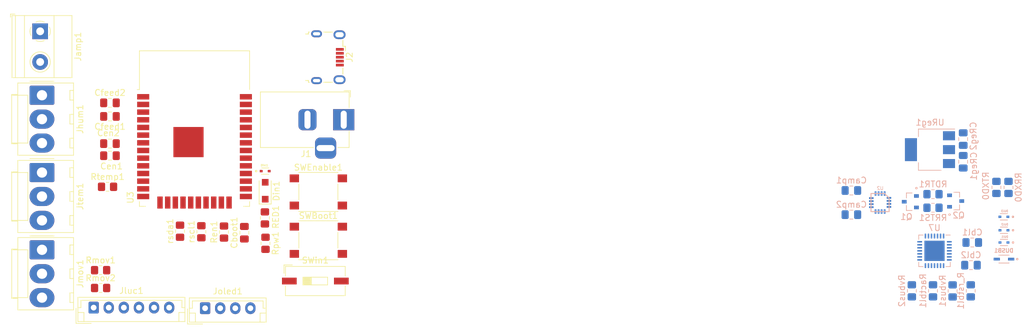
<source format=kicad_pcb>
(kicad_pcb (version 20211014) (generator pcbnew)
  (layers (0 "F.Cu" signal) (31 "B.Cu" signal) (34 "B.Paste" user) (35 "F.Paste" user) (36 "B.SilkS" user "B.Silkscreen") (37 "F.SilkS" user "F.Silkscreen") (38 "B.Mask" user) (39 "F.Mask" user) (44 "Edge.Cuts" user))
  (net 0 "")
  (net 1 "/ESP32/Amp_Din")
  (net 2 "+3V3")
  (net 3 "GND")
  (net 4 "/ESP32/amp_D_mode")
  (net 5 "/Sensores/Amp+")
  (net 6 "/Sensores/Amp-")
  (net 7 "/ESP32/LRC")
  (net 8 "/ESP32/BCLK")
  (net 9 "EN")
  (net 10 "Net-(Q1-Pad1)")
  (net 11 "/CP2102N-A02-GQFN28(Bootloader)/RTS")
  (net 12 "BOOT")
  (net 13 "Net-(Q2-Pad1)")
  (net 14 "/CP2102N-A02-GQFN28(Bootloader)/DTR")
  (net 15 "/CP2102N-A02-GQFN28(Bootloader)/TXD")
  (net 16 "/CP2102N-A02-GQFN28(Bootloader)/RXD0")
  (net 17 "/Sensores/dt")
  (net 18 "/ESP32/Dmov(D)")
  (net 19 "/Sensores/dm")
  (net 20 "Net-(Ractbl1-Pad1)")
  (net 21 "GNDREF")
  (net 22 "+3.3V")
  (net 23 "/ESP32/SCL")
  (net 24 "/CP2102N-A02-GQFN28(Bootloader)/RXD")
  (net 25 "/CP2102N-A02-GQFN28(Bootloader)/TXD0")
  (net 26 "/CP2102N-A02-GQFN28(Bootloader)/VBUS")
  (net 27 "Net-(Rvbus1-Pad2)")
  (net 28 "Net-(RED1-Pad1)")
  (net 29 "+5V")
  (net 30 "Net-(R_rstbl1-Pad2)")
  (net 31 "/ESP32/SDA")
  (net 35 "/Sensores/dh")
  (net 39 "/ESP32/SCK")
  (net 54 "/CP2102N-A02-GQFN28(Bootloader)/USB_DP")
  (net 55 "/CP2102N-A02-GQFN28(Bootloader)/USB_DN")
  (net 70 "Net-(Din1-Pad2)")
  (net 71 "+5V_Jack")
  (net 73 "/Sensores/INT Luz(op)")
  (net 74 "/Sensores/VL Luz (op)")
  (footprint "Button_Switch_SMD:SW_Push_1P1T_NO_6x6mm_H9.5mm" (layer "F.Cu") (at 71.5 64)
    (fp_text reference "SWBoot1" (at 0 -4.05) (layer "F.SilkS"))
    (fp_text value "SW_Push")
    (pad "1" smd rect (at -3.975 -2.25) (size 1.55 1.3) (layers "F.Cu" "F.Paste" "F.Mask") (net 12 "BOOT"))
    (pad "1" smd rect (at 3.975 -2.25) (size 1.55 1.3) (layers "F.Cu" "F.Paste" "F.Mask") (net 12 "BOOT"))
    (pad "2" smd rect (at 3.975 2.25) (size 1.55 1.3) (layers "F.Cu" "F.Paste" "F.Mask") (net 21 "GNDREF"))
    (pad "2" smd rect (at -3.975 2.25) (size 1.55 1.3) (layers "F.Cu" "F.Paste" "F.Mask") (net 21 "GNDREF"))
  )
  (footprint "Connector_BarrelJack:BarrelJack_Horizontal" (layer "F.Cu") (at 75.7 44.0425)
    (fp_text reference "J1" (at -6.25 5.6575) (layer "F.SilkS"))
    (fp_text value "Jack-DC")
    (pad "1" thru_hole rect (at 0 0) (size 3.5 3.5) (drill oval 1 3) (layers *.Cu *.Mask) (net 70 "Net-(Din1-Pad2)"))
    (pad "2" thru_hole roundrect (at -6 0) (size 3 3.5) (drill oval 1 3) (layers *.Cu *.Mask) (net 21 "GNDREF"))
    (pad "3" thru_hole roundrect (at -3 4.7) (size 3.5 3.5) (drill oval 3 1) (layers *.Cu *.Mask))
  )
  (footprint "Connector_Molex:Molex_KK-396_A-41791-0003_1x03_P3.96mm_Vertical" (layer "F.Cu") (at 25.745 39.99 -90)
    (fp_text reference "Jhum1" (at 3.96 -6.31 90) (layer "F.SilkS"))
    (fp_text value "Conn_01x03_Female")
    (pad "1" thru_hole roundrect (at 0 0 270) (size 3.16 4.1) (drill 1.7) (layers *.Cu *.Mask) (roundrect_rratio 0.079114) (net 2 "+3V3"))
    (pad "2" thru_hole oval (at 3.96 0 270) (size 3.16 4.1) (drill 1.7) (layers *.Cu *.Mask) (net 3 "GND"))
    (pad "3" thru_hole oval (at 7.92 0 270) (size 3.16 4.1) (drill 1.7) (layers *.Cu *.Mask) (net 35 "/Sensores/dh"))
  )
  (footprint "Connector_Molex:Molex_KK-396_A-41791-0003_1x03_P3.96mm_Vertical" (layer "F.Cu") (at 25.75 65.58 -90)
    (fp_text reference "Jmov1" (at 3.96 -6.31 90) (layer "F.SilkS"))
    (fp_text value "Conn_01x03_Female")
    (pad "1" thru_hole roundrect (at 0 0 270) (size 3.16 4.1) (drill 1.7) (layers *.Cu *.Mask) (roundrect_rratio 0.079114) (net 29 "+5V"))
    (pad "2" thru_hole oval (at 3.96 0 270) (size 3.16 4.1) (drill 1.7) (layers *.Cu *.Mask) (net 3 "GND"))
    (pad "3" thru_hole oval (at 7.92 0 270) (size 3.16 4.1) (drill 1.7) (layers *.Cu *.Mask) (net 19 "/Sensores/dm"))
  )
  (footprint "Resistor_SMD:R_0805_2012Metric_Pad1.20x1.40mm_HandSolder" (layer "F.Cu") (at 55.88 62.64 90)
    (fp_text reference "Ren1" (at 0 -1.65 90) (layer "F.SilkS"))
    (fp_text value "10K(5%)")
    (pad "1" smd roundrect (at -1 0 90) (size 1.2 1.4) (layers "F.Cu" "F.Paste" "F.Mask") (roundrect_rratio 0.208333) (net 22 "+3.3V"))
    (pad "2" smd roundrect (at 1 0 90) (size 1.2 1.4) (layers "F.Cu" "F.Paste" "F.Mask") (roundrect_rratio 0.208333) (net 9 "EN"))
  )
  (footprint "Capacitor_SMD:C_0805_2012Metric_Pad1.18x1.45mm_HandSolder" (layer "F.Cu") (at 59.25 62.75 90)
    (fp_text reference "Cboot1" (at 0 -1.68 90) (layer "F.SilkS"))
    (fp_text value "0.1uF/50V(10%)(NC)")
    (pad "1" smd roundrect (at -1.0375 0 90) (size 1.175 1.45) (layers "F.Cu" "F.Paste" "F.Mask") (roundrect_rratio 0.212766) (net 12 "BOOT"))
    (pad "2" smd roundrect (at 1.0375 0 90) (size 1.175 1.45) (layers "F.Cu" "F.Paste" "F.Mask") (roundrect_rratio 0.212766) (net 21 "GNDREF"))
  )
  (footprint "Resistor_SMD:R_0805_2012Metric_Pad1.20x1.40mm_HandSolder" (layer "F.Cu") (at 36.6 55.15)
    (fp_text reference "Rtemp1" (at 0 -1.65) (layer "F.SilkS"))
    (fp_text value "4,7k")
    (pad "1" smd roundrect (at -1 0) (size 1.2 1.4) (layers "F.Cu" "F.Paste" "F.Mask") (roundrect_rratio 0.208333) (net 2 "+3V3"))
    (pad "2" smd roundrect (at 1 0) (size 1.2 1.4) (layers "F.Cu" "F.Paste" "F.Mask") (roundrect_rratio 0.208333) (net 17 "/Sensores/dt"))
  )
  (footprint "Resistor_SMD:R_0805_2012Metric_Pad1.20x1.40mm_HandSolder" (layer "F.Cu") (at 35.45 68.95)
    (fp_text reference "Rmov1" (at 0 -1.65) (layer "F.SilkS"))
    (fp_text value "5.1k")
    (pad "1" smd roundrect (at -1 0) (size 1.2 1.4) (layers "F.Cu" "F.Paste" "F.Mask") (roundrect_rratio 0.208333) (net 18 "/ESP32/Dmov(D)"))
    (pad "2" smd roundrect (at 1 0) (size 1.2 1.4) (layers "F.Cu" "F.Paste" "F.Mask") (roundrect_rratio 0.208333) (net 19 "/Sensores/dm"))
  )
  (footprint "Resistor_SMD:R_0805_2012Metric_Pad1.20x1.40mm_HandSolder" (layer "F.Cu") (at 35.45 71.9)
    (fp_text reference "Rmov2" (at 0 -1.65) (layer "F.SilkS"))
    (fp_text value "3.3k")
    (pad "1" smd roundrect (at -1 0) (size 1.2 1.4) (layers "F.Cu" "F.Paste" "F.Mask") (roundrect_rratio 0.208333) (net 3 "GND"))
    (pad "2" smd roundrect (at 1 0) (size 1.2 1.4) (layers "F.Cu" "F.Paste" "F.Mask") (roundrect_rratio 0.208333) (net 18 "/ESP32/Dmov(D)"))
  )
  (footprint "Resistor_SMD:R_0805_2012Metric_Pad1.20x1.40mm_HandSolder" (layer "F.Cu") (at 52.13 62.59 90)
    (fp_text reference "rscl1" (at 0 -1.65 90) (layer "F.SilkS"))
    (fp_text value "4.7k")
    (pad "1" smd roundrect (at -1 0 90) (size 1.2 1.4) (layers "F.Cu" "F.Paste" "F.Mask") (roundrect_rratio 0.208333) (net 22 "+3.3V"))
    (pad "2" smd roundrect (at 1 0 90) (size 1.2 1.4) (layers "F.Cu" "F.Paste" "F.Mask") (roundrect_rratio 0.208333) (net 23 "/ESP32/SCL"))
  )
  (footprint "Button_Switch_SMD:SW_Push_1P1T_NO_6x6mm_H9.5mm" (layer "F.Cu") (at 71.5 56)
    (fp_text reference "SWEnable1" (at 0 -4.05) (layer "F.SilkS"))
    (fp_text value "SW_Push")
    (pad "1" smd rect (at 3.975 -2.25) (size 1.55 1.3) (layers "F.Cu" "F.Paste" "F.Mask") (net 9 "EN"))
    (pad "1" smd rect (at -3.975 -2.25) (size 1.55 1.3) (layers "F.Cu" "F.Paste" "F.Mask") (net 9 "EN"))
    (pad "2" smd rect (at -3.975 2.25) (size 1.55 1.3) (layers "F.Cu" "F.Paste" "F.Mask") (net 21 "GNDREF"))
    (pad "2" smd rect (at 3.975 2.25) (size 1.55 1.3) (layers "F.Cu" "F.Paste" "F.Mask") (net 21 "GNDREF"))
  )
  (footprint "Connector_Molex:Molex_KK-396_A-41791-0003_1x03_P3.96mm_Vertical" (layer "F.Cu") (at 25.745 52.79 -90)
    (fp_text reference "Jtem1" (at 3.96 -6.31 90) (layer "F.SilkS"))
    (fp_text value "Conn_01x03_Female")
    (pad "1" thru_hole roundrect (at 0 0 270) (size 3.16 4.1) (drill 1.7) (layers *.Cu *.Mask) (roundrect_rratio 0.079114) (net 2 "+3V3"))
    (pad "2" thru_hole oval (at 3.96 0 270) (size 3.16 4.1) (drill 1.7) (layers *.Cu *.Mask) (net 3 "GND"))
    (pad "3" thru_hole oval (at 7.92 0 270) (size 3.16 4.1) (drill 1.7) (layers *.Cu *.Mask) (net 17 "/Sensores/dt"))
  )
  (footprint "Resistor_SMD:R_0805_2012Metric_Pad1.20x1.40mm_HandSolder" (layer "F.Cu") (at 62.75 64.5 -90)
    (fp_text reference "Rpw1" (at 0 -1.65 90) (layer "F.SilkS"))
    (fp_text value "1k")
    (pad "1" smd roundrect (at -1 0 270) (size 1.2 1.4) (layers "F.Cu" "F.Paste" "F.Mask") (roundrect_rratio 0.208333) (net 28 "Net-(RED1-Pad1)"))
    (pad "2" smd roundrect (at 1 0 270) (size 1.2 1.4) (layers "F.Cu" "F.Paste" "F.Mask") (roundrect_rratio 0.208333) (net 3 "GND"))
  )
  (footprint "Diode_SMD:D_SOD-123F" (layer "F.Cu") (at 62.7 55.8 90)
    (fp_text reference "Din1" (at -0.05 1.85 90) (layer "F.SilkS"))
    (fp_text value "MBR1020VL")
    (pad "1" smd rect (at -1.4 0 90) (size 1.1 1.1) (layers "F.Cu" "F.Paste" "F.Mask") (net 71 "+5V_Jack"))
    (pad "2" smd rect (at 1.4 0 90) (size 1.1 1.1) (layers "F.Cu" "F.Paste" "F.Mask") (net 70 "Net-(Din1-Pad2)"))
  )
  (footprint "Resistor_SMD:R_0805_2012Metric_Pad1.20x1.40mm_HandSolder" (layer "F.Cu") (at 48.6 62.5 90)
    (fp_text reference "rsda1" (at 0 -1.65 90) (layer "F.SilkS"))
    (fp_text value "4.7k")
    (pad "1" smd roundrect (at -1 0 90) (size 1.2 1.4) (layers "F.Cu" "F.Paste" "F.Mask") (roundrect_rratio 0.208333) (net 22 "+3.3V"))
    (pad "2" smd roundrect (at 1 0 90) (size 1.2 1.4) (layers "F.Cu" "F.Paste" "F.Mask") (roundrect_rratio 0.208333) (net 31 "/ESP32/SDA"))
  )
  (footprint "RF_Module:ESP32-WROOM-32" (layer "F.Cu") (at 51 48.5)
    (fp_text reference "U3" (at -10.61 8.43 90) (layer "F.SilkS"))
    (fp_text value "ESP32-WROOM-32")
    (pad "1" smd rect (at -8.5 -8.255) (size 2 0.9) (layers "F.Cu" "F.Paste" "F.Mask") (net 21 "GNDREF"))
    (pad "2" smd rect (at -8.5 -6.985) (size 2 0.9) (layers "F.Cu" "F.Paste" "F.Mask") (net 2 "+3V3"))
    (pad "3" smd rect (at -8.5 -5.715) (size 2 0.9) (layers "F.Cu" "F.Paste" "F.Mask") (net 9 "EN"))
    (pad "4" smd rect (at -8.5 -4.445) (size 2 0.9) (layers "F.Cu" "F.Paste" "F.Mask"))
    (pad "5" smd rect (at -8.5 -3.175) (size 2 0.9) (layers "F.Cu" "F.Paste" "F.Mask"))
    (pad "6" smd rect (at -8.5 -1.905) (size 2 0.9) (layers "F.Cu" "F.Paste" "F.Mask"))
    (pad "7" smd rect (at -8.5 -0.635) (size 2 0.9) (layers "F.Cu" "F.Paste" "F.Mask") (net 4 "/ESP32/amp_D_mode"))
    (pad "8" smd rect (at -8.5 0.635) (size 2 0.9) (layers "F.Cu" "F.Paste" "F.Mask") (net 8 "/ESP32/BCLK"))
    (pad "9" smd rect (at -8.5 1.905) (size 2 0.9) (layers "F.Cu" "F.Paste" "F.Mask") (net 1 "/ESP32/Amp_Din"))
    (pad "10" smd rect (at -8.5 3.175) (size 2 0.9) (layers "F.Cu" "F.Paste" "F.Mask") (net 7 "/ESP32/LRC"))
    (pad "11" smd rect (at -8.5 4.445) (size 2 0.9) (layers "F.Cu" "F.Paste" "F.Mask") (net 17 "/Sensores/dt"))
    (pad "12" smd rect (at -8.5 5.715) (size 2 0.9) (layers "F.Cu" "F.Paste" "F.Mask") (net 35 "/Sensores/dh"))
    (pad "13" smd rect (at -8.5 6.985) (size 2 0.9) (layers "F.Cu" "F.Paste" "F.Mask") (net 23 "/ESP32/SCL"))
    (pad "14" smd rect (at -8.5 8.255) (size 2 0.9) (layers "F.Cu" "F.Paste" "F.Mask") (net 31 "/ESP32/SDA"))
    (pad "15" smd rect (at -5.715 9.255 90) (size 2 0.9) (layers "F.Cu" "F.Paste" "F.Mask") (net 21 "GNDREF"))
    (pad "16" smd rect (at -4.445 9.255 90) (size 2 0.9) (layers "F.Cu" "F.Paste" "F.Mask") (net 18 "/ESP32/Dmov(D)"))
    (pad "17" smd rect (at -3.175 9.255 90) (size 2 0.9) (layers "F.Cu" "F.Paste" "F.Mask"))
    (pad "18" smd rect (at -1.905 9.255 90) (size 2 0.9) (layers "F.Cu" "F.Paste" "F.Mask"))
    (pad "19" smd rect (at -0.635 9.255 90) (size 2 0.9) (layers "F.Cu" "F.Paste" "F.Mask"))
    (pad "20" smd rect (at 0.635 9.255 90) (size 2 0.9) (layers "F.Cu" "F.Paste" "F.Mask") (net 39 "/ESP32/SCK"))
    (pad "21" smd rect (at 1.905 9.255 90) (size 2 0.9) (layers "F.Cu" "F.Paste" "F.Mask") (net 31 "/ESP32/SDA"))
    (pad "22" smd rect (at 3.175 9.255 90) (size 2 0.9) (layers "F.Cu" "F.Paste" "F.Mask") (net 23 "/ESP32/SCL"))
    (pad "23" smd rect (at 4.445 9.255 90) (size 2 0.9) (layers "F.Cu" "F.Paste" "F.Mask"))
    (pad "24" smd rect (at 5.715 9.255 90) (size 2 0.9) (layers "F.Cu" "F.Paste" "F.Mask"))
    (pad "25" smd rect (at 8.5 8.255) (size 2 0.9) (layers "F.Cu" "F.Paste" "F.Mask") (net 12 "BOOT"))
    (pad "26" smd rect (at 8.5 6.985) (size 2 0.9) (layers "F.Cu" "F.Paste" "F.Mask"))
    (pad "27" smd rect (at 8.5 5.715) (size 2 0.9) (layers "F.Cu" "F.Paste" "F.Mask"))
    (pad "28" smd rect (at 8.5 4.445) (size 2 0.9) (layers "F.Cu" "F.Paste" "F.Mask"))
    (pad "29" smd rect (at 8.5 3.175) (size 2 0.9) (layers "F.Cu" "F.Paste" "F.Mask"))
    (pad "30" smd rect (at 8.5 1.905) (size 2 0.9) (layers "F.Cu" "F.Paste" "F.Mask"))
    (pad "31" smd rect (at 8.5 0.635) (size 2 0.9) (layers "F.Cu" "F.Paste" "F.Mask"))
    (pad "32" smd rect (at 8.5 -0.635) (size 2 0.9) (layers "F.Cu" "F.Paste" "F.Mask"))
    (pad "33" smd rect (at 8.5 -1.905) (size 2 0.9) (layers "F.Cu" "F.Paste" "F.Mask"))
    (pad "34" smd rect (at 8.5 -3.175) (size 2 0.9) (layers "F.Cu" "F.Paste" "F.Mask") (net 16 "/CP2102N-A02-GQFN28(Bootloader)/RXD0"))
    (pad "35" smd rect (at 8.5 -4.445) (size 2 0.9) (layers "F.Cu" "F.Paste" "F.Mask") (net 25 "/CP2102N-A02-GQFN28(Bootloader)/TXD0"))
    (pad "36" smd rect (at 8.5 -5.715) (size 2 0.9) (layers "F.Cu" "F.Paste" "F.Mask"))
    (pad "37" smd rect (at 8.5 -6.985) (size 2 0.9) (layers "F.Cu" "F.Paste" "F.Mask"))
    (pad "38" smd rect (at 8.5 -8.255) (size 2 0.9) (layers "F.Cu" "F.Paste" "F.Mask") (net 21 "GNDREF"))
    (pad "39" smd rect (at -1 -0.755) (size 5 5) (layers "F.Cu" "F.Paste" "F.Mask") (net 21 "GNDREF"))
  )
  (footprint "TerminalBlock_Phoenix:TerminalBlock_Phoenix_MKDS-1,5-2-5.08_1x02_P5.08mm_Horizontal" (layer "F.Cu") (at 25.445 29.405 -90)
    (fp_text reference "Jamp1" (at 2.54 -6.26 90) (layer "F.SilkS"))
    (fp_text value "Conn_01x02_Female")
    (pad "1" thru_hole rect (at 0 0 270) (size 2.6 2.6) (drill 1.3) (layers *.Cu *.Mask) (net 5 "/Sensores/Amp+"))
    (pad "2" thru_hole circle (at 5.08 0 270) (size 2.6 2.6) (drill 1.3) (layers *.Cu *.Mask) (net 6 "/Sensores/Amp-"))
  )
  (footprint "LESD5D5:TVS_LESD5D5.0CT1G" (layer "F.Cu") (at 62.7 52.55)
    (fp_text reference "Dinl1" (at -0.134 -0.9532) (layer "F.SilkS") (effects (font (size 0.32 0.32))))
    (fp_text value "LESD5D5.0CT1G")
    (pad "1" smd rect locked (at -0.66 0) (size 0.48 0.4) (layers "F.Cu" "F.Paste" "F.Mask") (net 21 "GNDREF"))
    (pad "2" smd rect locked (at 0.66 0) (size 0.48 0.4) (layers "F.Cu" "F.Paste" "F.Mask") (net 70 "Net-(Din1-Pad2)"))
  )
  (footprint "Capacitor_SMD:C_0805_2012Metric_Pad1.18x1.45mm_HandSolder" (layer "F.Cu") (at 37 50)
    (fp_text reference "Cen1" (at 0.25 1.75) (layer "F.SilkS"))
    (fp_text value "0.1uF/50(10%)")
    (pad "1" smd roundrect (at -1.0375 0) (size 1.175 1.45) (layers "F.Cu" "F.Paste" "F.Mask") (roundrect_rratio 0.212766) (net 21 "GNDREF"))
    (pad "2" smd roundrect (at 1.0375 0) (size 1.175 1.45) (layers "F.Cu" "F.Paste" "F.Mask") (roundrect_rratio 0.212766) (net 9 "EN"))
  )
  (footprint "Button_Switch_SMD:SW_DIP_SPSTx01_Slide_9.78x4.72mm_W8.61mm_P2.54mm" (layer "F.Cu") (at 71 70.75)
    (fp_text reference "SWin1" (at 0 -3.42) (layer "F.SilkS"))
    (fp_text value "SW_DIP_x01")
    (pad "1" smd rect (at -4.305 0) (size 2.44 1.12) (layers "F.Cu" "F.Paste" "F.Mask") (net 71 "+5V_Jack"))
    (pad "2" smd rect (at 4.305 0) (size 2.44 1.12) (layers "F.Cu" "F.Paste" "F.Mask") (net 29 "+5V"))
  )
  (footprint "Capacitor_SMD:C_0805_2012Metric_Pad1.18x1.45mm_HandSolder" (layer "F.Cu") (at 37 41.25)
    (fp_text reference "Cfeed2" (at 0 -1.68) (layer "F.SilkS"))
    (fp_text value "0.1uF/50(10%)")
    (pad "1" smd roundrect (at -1.0375 0) (size 1.175 1.45) (layers "F.Cu" "F.Paste" "F.Mask") (roundrect_rratio 0.212766) (net 21 "GNDREF"))
    (pad "2" smd roundrect (at 1.0375 0) (size 1.175 1.45) (layers "F.Cu" "F.Paste" "F.Mask") (roundrect_rratio 0.212766) (net 2 "+3V3"))
  )
  (footprint "Connector_JST:JST_EH_B6B-EH-A_1x06_P2.50mm_Vertical" (layer "F.Cu") (at 34.3 75.15)
    (fp_text reference "Jluc1" (at 6.25 -2.8) (layer "F.SilkS"))
    (fp_text value "Conn_01x06_Female")
    (pad "1" thru_hole roundrect (at 0 0) (size 1.7 1.95) (drill 0.95) (layers *.Cu *.Mask) (roundrect_rratio 0.147059) (net 73 "/Sensores/INT Luz(op)"))
    (pad "2" thru_hole oval (at 2.5 0) (size 1.7 1.95) (drill 0.95) (layers *.Cu *.Mask) (net 23 "/ESP32/SCL"))
    (pad "3" thru_hole oval (at 5 0) (size 1.7 1.95) (drill 0.95) (layers *.Cu *.Mask) (net 31 "/ESP32/SDA"))
    (pad "4" thru_hole oval (at 7.5 0) (size 1.7 1.95) (drill 0.95) (layers *.Cu *.Mask) (net 2 "+3V3"))
    (pad "5" thru_hole oval (at 10 0) (size 1.7 1.95) (drill 0.95) (layers *.Cu *.Mask) (net 3 "GND"))
    (pad "6" thru_hole oval (at 12.5 0) (size 1.7 1.95) (drill 0.95) (layers *.Cu *.Mask) (net 74 "/Sensores/VL Luz (op)"))
  )
  (footprint "Resistor_SMD:R_0805_2012Metric_Pad1.20x1.40mm_HandSolder" (layer "F.Cu") (at 62.65 60.3 90)
    (fp_text reference "RED1" (at 0.15 1.8 90) (layer "F.SilkS"))
    (fp_text value "LED")
    (pad "1" smd roundrect (at -1 0 90) (size 1.2 1.4) (layers "F.Cu" "F.Paste" "F.Mask") (roundrect_rratio 0.208333) (net 28 "Net-(RED1-Pad1)"))
    (pad "2" smd roundrect (at 1 0 90) (size 1.2 1.4) (layers "F.Cu" "F.Paste" "F.Mask") (roundrect_rratio 0.208333) (net 29 "+5V"))
  )
  (footprint "Connector_JST:JST_EH_B4B-EH-A_1x04_P2.50mm_Vertical" (layer "F.Cu") (at 52.75 75.25)
    (fp_text reference "Joled1" (at 3.75 -2.8) (layer "F.SilkS"))
    (fp_text value "Conn_01x04_Female")
    (pad "1" thru_hole roundrect (at 0 0) (size 1.7 1.95) (drill 0.95) (layers *.Cu *.Mask) (roundrect_rratio 0.147059) (net 21 "GNDREF"))
    (pad "2" thru_hole oval (at 2.5 0) (size 1.7 1.95) (drill 0.95) (layers *.Cu *.Mask) (net 2 "+3V3"))
    (pad "3" thru_hole oval (at 5 0) (size 1.7 1.95) (drill 0.95) (layers *.Cu *.Mask) (net 31 "/ESP32/SDA"))
    (pad "4" thru_hole oval (at 7.5 0) (size 1.7 1.95) (drill 0.95) (layers *.Cu *.Mask) (net 23 "/ESP32/SCL"))
  )
  (footprint "Connector_USB:USB_Micro-B_Wuerth_629105150521" (layer "F.Cu") (at 73.155 33.695 -90)
    (fp_text reference "J2" (at 0 -3.5 90) (layer "F.SilkS"))
    (fp_text value "USB_B_Micro")
    (pad "" np_thru_hole oval (at -2.5 -0.8 270) (size 0.8 0.8) (drill 0.8) (layers *.Cu *.Mask))
    (pad "" np_thru_hole oval (at 2.5 -0.8 270) (size 0.8 0.8) (drill 0.8) (layers *.Cu *.Mask))
    (pad "1" smd rect (at -1.3 -1.9 270) (size 0.45 1.3) (layers "F.Cu" "F.Paste" "F.Mask") (net 26 "/CP2102N-A02-GQFN28(Bootloader)/VBUS"))
    (pad "2" smd rect (at -0.65 -1.9 270) (size 0.45 1.3) (layers "F.Cu" "F.Paste" "F.Mask") (net 55 "/CP2102N-A02-GQFN28(Bootloader)/USB_DN"))
    (pad "3" smd rect (at 0 -1.9 270) (size 0.45 1.3) (layers "F.Cu" "F.Paste" "F.Mask") (net 54 "/CP2102N-A02-GQFN28(Bootloader)/USB_DP"))
    (pad "4" smd rect (at 0.65 -1.9 270) (size 0.45 1.3) (layers "F.Cu" "F.Paste" "F.Mask"))
    (pad "5" smd rect (at 1.3 -1.9 270) (size 0.45 1.3) (layers "F.Cu" "F.Paste" "F.Mask") (net 21 "GNDREF"))
    (pad "6" thru_hole oval (at 3.875 1.95 270) (size 1.15 1.8) (drill oval 0.55 1.2) (layers *.Cu *.Mask) (net 21 "GNDREF"))
    (pad "6" thru_hole oval (at -3.875 1.95 270) (size 1.15 1.8) (drill oval 0.55 1.2) (layers *.Cu *.Mask) (net 21 "GNDREF"))
    (pad "6" thru_hole oval (at -3.725 -1.85 270) (size 1.45 2) (drill oval 0.85 1.4) (layers *.Cu *.Mask) (net 21 "GNDREF"))
    (pad "6" thru_hole oval (at 3.725 -1.85 270) (size 1.45 2) (drill oval 0.85 1.4) (layers *.Cu *.Mask) (net 21 "GNDREF"))
  )
  (footprint "Capacitor_SMD:C_0805_2012Metric_Pad1.18x1.45mm_HandSolder" (layer "F.Cu") (at 37 48 180)
    (fp_text reference "Cen2" (at 0.261252 1.75) (layer "F.SilkS"))
    (fp_text value "0.1uF/50V(10%)(NC)")
    (pad "1" smd roundrect (at -1.0375 0 180) (size 1.175 1.45) (layers "F.Cu" "F.Paste" "F.Mask") (roundrect_rratio 0.212766) (net 9 "EN"))
    (pad "2" smd roundrect (at 1.0375 0 180) (size 1.175 1.45) (layers "F.Cu" "F.Paste" "F.Mask") (roundrect_rratio 0.212766) (net 21 "GNDREF"))
  )
  (footprint "Capacitor_SMD:C_0805_2012Metric_Pad1.18x1.45mm_HandSolder" (layer "F.Cu") (at 37 43.5 180)
    (fp_text reference "Cfeed1" (at 0 -1.68) (layer "F.SilkS"))
    (fp_text value "22uF/10V(20%)")
    (pad "1" smd roundrect (at -1.0375 0 180) (size 1.175 1.45) (layers "F.Cu" "F.Paste" "F.Mask") (roundrect_rratio 0.212766) (net 2 "+3V3"))
    (pad "2" smd roundrect (at 1.0375 0 180) (size 1.175 1.45) (layers "F.Cu" "F.Paste" "F.Mask") (roundrect_rratio 0.212766) (net 21 "GNDREF"))
  )
  (footprint "SS8050-G:TRANS_SS8050-G" (layer "B.Cu") (at 169.5 57.62 180)
    (fp_text reference "Q1" (at 0.65 -2.5) (layer "B.SilkS") (effects (justify mirror)))
    (fp_text value "SS8050-G")
    (pad "1" smd rect locked (at -1.01 0.95 180) (size 0.8 0.6) (layers "B.Cu" "B.Paste" "B.Mask") (net 10 "Net-(Q1-Pad1)"))
    (pad "2" smd rect locked (at -1.01 -0.95 180) (size 0.8 0.6) (layers "B.Cu" "B.Paste" "B.Mask") (net 11 "/CP2102N-A02-GQFN28(Bootloader)/RTS"))
    (pad "3" smd rect locked (at 1.01 0 180) (size 0.8 0.6) (layers "B.Cu" "B.Paste" "B.Mask") (net 9 "EN"))
  )
  (footprint "Resistor_SMD:R_0805_2012Metric_Pad1.20x1.40mm_HandSolder" (layer "B.Cu") (at 183.75 55.25 90)
    (fp_text reference "RTXD0" (at 0.25 -1.75 90) (layer "B.SilkS") (effects (justify mirror)))
    (fp_text value "0R(5%)")
    (pad "1" smd roundrect (at -1 0 90) (size 1.2 1.4) (layers "B.Cu" "B.Paste" "B.Mask") (roundrect_rratio 0.208333) (net 24 "/CP2102N-A02-GQFN28(Bootloader)/RXD"))
    (pad "2" smd roundrect (at 1 0 90) (size 1.2 1.4) (layers "B.Cu" "B.Paste" "B.Mask") (roundrect_rratio 0.208333) (net 25 "/CP2102N-A02-GQFN28(Bootloader)/TXD0"))
  )
  (footprint "Resistor_SMD:R_0805_2012Metric_Pad1.20x1.40mm_HandSolder" (layer "B.Cu") (at 173.25 56.37 180)
    (fp_text reference "RDTR1" (at 0 1.65) (layer "B.SilkS") (effects (justify mirror)))
    (fp_text value "10K(5%)")
    (pad "1" smd roundrect (at -1 0 180) (size 1.2 1.4) (layers "B.Cu" "B.Paste" "B.Mask") (roundrect_rratio 0.208333) (net 14 "/CP2102N-A02-GQFN28(Bootloader)/DTR"))
    (pad "2" smd roundrect (at 1 0 180) (size 1.2 1.4) (layers "B.Cu" "B.Paste" "B.Mask") (roundrect_rratio 0.208333) (net 10 "Net-(Q1-Pad1)"))
  )
  (footprint "Capacitor_SMD:C_0805_2012Metric_Pad1.18x1.45mm_HandSolder" (layer "B.Cu") (at 178.25 51 90)
    (fp_text reference "CReg1" (at -0.75 1.75 90) (layer "B.SilkS") (effects (justify mirror)))
    (fp_text value "1u")
    (pad "1" smd roundrect (at -1.0375 0 90) (size 1.175 1.45) (layers "B.Cu" "B.Paste" "B.Mask") (roundrect_rratio 0.212766) (net 29 "+5V"))
    (pad "2" smd roundrect (at 1.0375 0 90) (size 1.175 1.45) (layers "B.Cu" "B.Paste" "B.Mask") (roundrect_rratio 0.212766) (net 3 "GND"))
  )
  (footprint "open-automation:MAX98357A" (layer "B.Cu") (at 165.79 56.99 180)
    (fp_text reference "U2" (at 1.28 1.6) (layer "B.SilkS") (effects (font (size 0.55 0.55) (thickness 0.08)) (justify mirror)))
    (fp_text value "MAX98357AETE+")
    (pad "1" smd rect (at -0.17 0.01 180) (size 0.75 0.3) (layers "B.Cu" "B.Paste" "B.Mask") (net 1 "/ESP32/Amp_Din"))
    (pad "2" smd rect (at -0.17 -0.49 180) (size 0.75 0.3) (layers "B.Cu" "B.Paste" "B.Mask") (net 2 "+3V3"))
    (pad "3" smd rect (at -0.17 -0.99 180) (size 0.75 0.3) (layers "B.Cu" "B.Paste" "B.Mask") (net 3 "GND"))
    (pad "3" smd rect (at 1.05 0.73 90) (size 0.75 0.3) (layers "B.Cu" "B.Paste" "B.Mask") (net 3 "GND"))
    (pad "3" smd rect (at 2.75 -0.53) (size 0.75 0.3) (layers "B.Cu" "B.Paste" "B.Mask") (net 3 "GND"))
    (pad "4" smd rect (at -0.17 -1.49 180) (size 0.75 0.3) (layers "B.Cu" "B.Paste" "B.Mask") (net 4 "/ESP32/amp_D_mode"))
    (pad "5" smd rect (at 0.55 -2.25 90) (size 0.75 0.3) (layers "B.Cu" "B.Paste" "B.Mask"))
    (pad "6" smd rect (at 1.05 -2.25 90) (size 0.75 0.3) (layers "B.Cu" "B.Paste" "B.Mask"))
    (pad "7" smd rect (at 2.05 -2.25 90) (size 0.75 0.3) (layers "B.Cu" "B.Paste" "B.Mask") (net 2 "+3V3"))
    (pad "7" smd rect (at 1.55 -2.25 90) (size 0.75 0.3) (layers "B.Cu" "B.Paste" "B.Mask") (net 2 "+3V3"))
    (pad "9" smd rect (at 2.75 -1.53) (size 0.75 0.3) (layers "B.Cu" "B.Paste" "B.Mask") (net 5 "/Sensores/Amp+"))
    (pad "10" smd rect (at 2.75 -1.03) (size 0.75 0.3) (layers "B.Cu" "B.Paste" "B.Mask") (net 6 "/Sensores/Amp-"))
    (pad "12" smd rect (at 2.75 -0.03) (size 0.75 0.3) (layers "B.Cu" "B.Paste" "B.Mask"))
    (pad "13" smd rect (at 2.05 0.73 90) (size 0.75 0.3) (layers "B.Cu" "B.Paste" "B.Mask"))
    (pad "14" smd rect (at 1.55 0.73 90) (size 0.75 0.3) (layers "B.Cu" "B.Paste" "B.Mask") (net 7 "/ESP32/LRC"))
    (pad "16" smd rect (at 0.55 0.73 90) (size 0.75 0.3) (layers "B.Cu" "B.Paste" "B.Mask") (net 8 "/ESP32/BCLK"))
  )
  (footprint "Capacitor_SMD:C_0805_2012Metric_Pad1.18x1.45mm_HandSolder" (layer "B.Cu") (at 159.74 55.76 180)
    (fp_text reference "Camp1" (at 0 1.68) (layer "B.SilkS") (effects (justify mirror)))
    (fp_text value "10u")
    (pad "1" smd roundrect (at -1.0375 0 180) (size 1.175 1.45) (layers "B.Cu" "B.Paste" "B.Mask") (roundrect_rratio 0.212766) (net 2 "+3V3"))
    (pad "2" smd roundrect (at 1.0375 0 180) (size 1.175 1.45) (layers "B.Cu" "B.Paste" "B.Mask") (roundrect_rratio 0.212766) (net 3 "GND"))
  )
  (footprint "Capacitor_SMD:C_0805_2012Metric_Pad1.18x1.45mm_HandSolder" (layer "B.Cu") (at 179.75 64.37 180)
    (fp_text reference "Cbl1" (at 0 1.68) (layer "B.SilkS") (effects (justify mirror)))
    (fp_text value "0.1uF/50V(10%)")
    (pad "1" smd roundrect (at -1.0375 0 180) (size 1.175 1.45) (layers "B.Cu" "B.Paste" "B.Mask") (roundrect_rratio 0.212766) (net 22 "+3.3V"))
    (pad "2" smd roundrect (at 1.0375 0 180) (size 1.175 1.45) (layers "B.Cu" "B.Paste" "B.Mask") (roundrect_rratio 0.212766) (net 21 "GNDREF"))
  )
  (footprint "Resistor_SMD:R_0805_2012Metric_Pad1.20x1.40mm_HandSolder" (layer "B.Cu") (at 173.25 58.62)
    (fp_text reference "RRTS1" (at 0 1.65) (layer "B.SilkS") (effects (justify mirror)))
    (fp_text value "10K(5%)")
    (pad "1" smd roundrect (at -1 0) (size 1.2 1.4) (layers "B.Cu" "B.Paste" "B.Mask") (roundrect_rratio 0.208333) (net 11 "/CP2102N-A02-GQFN28(Bootloader)/RTS"))
    (pad "2" smd roundrect (at 1 0) (size 1.2 1.4) (layers "B.Cu" "B.Paste" "B.Mask") (roundrect_rratio 0.208333) (net 13 "Net-(Q2-Pad1)"))
  )
  (footprint "Package_TO_SOT_SMD:SOT-223-3_TabPin2" (layer "B.Cu") (at 172.75 49 180)
    (fp_text reference "UReg1" (at 0 4.5) (layer "B.SilkS") (effects (justify mirror)))
    (fp_text value "AMS1117-3.3")
    (pad "1" smd rect (at -3.15 2.3 180) (size 2 1.5) (layers "B.Cu" "B.Paste" "B.Mask") (net 3 "GND"))
    (pad "2" smd rect (at -3.15 0 180) (size 2 1.5) (layers "B.Cu" "B.Paste" "B.Mask") (net 2 "+3V3"))
    (pad "2" smd rect (at 3.15 0 180) (size 2 3.8) (layers "B.Cu" "B.Paste" "B.Mask") (net 2 "+3V3"))
    (pad "3" smd rect (at -3.15 -2.3 180) (size 2 1.5) (layers "B.Cu" "B.Paste" "B.Mask") (net 29 "+5V"))
  )
  (footprint "Resistor_SMD:R_0805_2012Metric_Pad1.20x1.40mm_HandSolder" (layer "B.Cu") (at 185.75 55.25 90)
    (fp_text reference "RRXD0" (at 0 1.65 90) (layer "B.SilkS") (effects (justify mirror)))
    (fp_text value "0R(5%)")
    (pad "1" smd roundrect (at -1 0 90) (size 1.2 1.4) (layers "B.Cu" "B.Paste" "B.Mask") (roundrect_rratio 0.208333) (net 15 "/CP2102N-A02-GQFN28(Bootloader)/TXD"))
    (pad "2" smd roundrect (at 1 0 90) (size 1.2 1.4) (layers "B.Cu" "B.Paste" "B.Mask") (roundrect_rratio 0.208333) (net 16 "/CP2102N-A02-GQFN28(Bootloader)/RXD0"))
  )
  (footprint "Capacitor_SMD:C_0805_2012Metric_Pad1.18x1.45mm_HandSolder" (layer "B.Cu") (at 159.74 59.76 180)
    (fp_text reference "Camp2" (at 0 1.68) (layer "B.SilkS") (effects (justify mirror)))
    (fp_text value "0.1u")
    (pad "1" smd roundrect (at -1.0375 0 180) (size 1.175 1.45) (layers "B.Cu" "B.Paste" "B.Mask") (roundrect_rratio 0.212766) (net 2 "+3V3"))
    (pad "2" smd roundrect (at 1.0375 0 180) (size 1.175 1.45) (layers "B.Cu" "B.Paste" "B.Mask") (roundrect_rratio 0.212766) (net 3 "GND"))
  )
  (footprint "Resistor_SMD:R_0805_2012Metric_Pad1.20x1.40mm_HandSolder" (layer "B.Cu") (at 169.75 72.37 -90)
    (fp_text reference "Rvbus2" (at 0 1.65 90) (layer "B.SilkS") (effects (justify mirror)))
    (fp_text value "47.5K(5%)")
    (pad "1" smd roundrect (at -1 0 270) (size 1.2 1.4) (layers "B.Cu" "B.Paste" "B.Mask") (roundrect_rratio 0.208333) (net 27 "Net-(Rvbus1-Pad2)"))
    (pad "2" smd roundrect (at 1 0 270) (size 1.2 1.4) (layers "B.Cu" "B.Paste" "B.Mask") (roundrect_rratio 0.208333) (net 21 "GNDREF"))
  )
  (footprint "LESD5D5:TVS_LESD5D5.0CT1G" (layer "B.Cu") (at 185 64.37 180)
    (fp_text reference "DUl1" (at -0.134 0.9532) (layer "B.SilkS") (effects (font (size 0.32 0.32)) (justify mirror)))
    (fp_text value "LESD5D5.0CT1G")
    (pad "1" smd rect locked (at -0.66 0 180) (size 0.48 0.4) (layers "B.Cu" "B.Paste" "B.Mask") (net 21 "GNDREF"))
    (pad "2" smd rect locked (at 0.66 0 180) (size 0.48 0.4) (layers "B.Cu" "B.Paste" "B.Mask") (net 26 "/CP2102N-A02-GQFN28(Bootloader)/VBUS"))
  )
  (footprint "Resistor_SMD:R_0805_2012Metric_Pad1.20x1.40mm_HandSolder" (layer "B.Cu") (at 173.25 72.37 -90)
    (fp_text reference "Ractbl1" (at 0 1.65 90) (layer "B.SilkS") (effects (justify mirror)))
    (fp_text value "10k(5%)")
    (pad "1" smd roundrect (at -1 0 270) (size 1.2 1.4) (layers "B.Cu" "B.Paste" "B.Mask") (roundrect_rratio 0.208333) (net 20 "Net-(Ractbl1-Pad1)"))
    (pad "2" smd roundrect (at 1 0 270) (size 1.2 1.4) (layers "B.Cu" "B.Paste" "B.Mask") (roundrect_rratio 0.208333) (net 21 "GNDREF"))
  )
  (footprint "Resistor_SMD:R_0805_2012Metric_Pad1.20x1.40mm_HandSolder" (layer "B.Cu") (at 176.5 72.38369 -90)
    (fp_text reference "Rvbus1" (at 0 1.65 90) (layer "B.SilkS") (effects (justify mirror)))
    (fp_text value "22.1K(5%)")
    (pad "1" smd roundrect (at -1 0 270) (size 1.2 1.4) (layers "B.Cu" "B.Paste" "B.Mask") (roundrect_rratio 0.208333) (net 26 "/CP2102N-A02-GQFN28(Bootloader)/VBUS"))
    (pad "2" smd roundrect (at 1 0 270) (size 1.2 1.4) (layers "B.Cu" "B.Paste" "B.Mask") (roundrect_rratio 0.208333) (net 27 "Net-(Rvbus1-Pad2)"))
  )
  (footprint "LESD5D5:TVS_LESD5D5.0CT1G" (layer "B.Cu") (at 185 62.34 180)
    (fp_text reference "DUl2" (at -0.134 0.9532) (layer "B.SilkS") (effects (font (size 0.32 0.32)) (justify mirror)))
    (fp_text value "LESD5D5.0CT1G")
    (pad "1" smd rect locked (at -0.66 0 180) (size 0.48 0.4) (layers "B.Cu" "B.Paste" "B.Mask") (net 21 "GNDREF"))
    (pad "2" smd rect locked (at 0.66 0 180) (size 0.48 0.4) (layers "B.Cu" "B.Paste" "B.Mask") (net 54 "/CP2102N-A02-GQFN28(Bootloader)/USB_DP"))
  )
  (footprint "BAT760-7:SOD2513X120N" (layer "B.Cu") (at 185 67.12 180)
    (fp_text reference "DUSB1" (at 0.032 1.4064) (layer "B.SilkS") (effects (font (size 0.64 0.64)) (justify mirror)))
    (fp_text value "BAT760-7")
    (pad "A" smd rect locked (at 1.19 0 180) (size 1.04 0.46) (layers "B.Cu" "B.Paste" "B.Mask") (net 26 "/CP2102N-A02-GQFN28(Bootloader)/VBUS"))
    (pad "C" smd rect locked (at -1.19 0 180) (size 1.04 0.46) (layers "B.Cu" "B.Paste" "B.Mask") (net 71 "+5V_Jack"))
  )
  (footprint "SS8050-G:TRANS_SS8050-G" (layer "B.Cu") (at 177 57.5075)
    (fp_text reference "Q2" (at 0.5 2.3625) (layer "B.SilkS") (effects (justify mirror)))
    (fp_text value "SS8050-G")
    (pad "1" smd rect locked (at -1.01 0.95) (size 0.8 0.6) (layers "B.Cu" "B.Paste" "B.Mask") (net 13 "Net-(Q2-Pad1)"))
    (pad "2" smd rect locked (at -1.01 -0.95) (size 0.8 0.6) (layers "B.Cu" "B.Paste" "B.Mask") (net 14 "/CP2102N-A02-GQFN28(Bootloader)/DTR"))
    (pad "3" smd rect locked (at 1.01 0) (size 0.8 0.6) (layers "B.Cu" "B.Paste" "B.Mask") (net 12 "BOOT"))
  )
  (footprint "Capacitor_SMD:C_0805_2012Metric_Pad1.18x1.45mm_HandSolder" (layer "B.Cu") (at 178.25 47.25 90)
    (fp_text reference "CReg2" (at 0.5 1.68 90) (layer "B.SilkS") (effects (justify mirror)))
    (fp_text value "1u")
    (pad "1" smd roundrect (at -1.0375 0 90) (size 1.175 1.45) (layers "B.Cu" "B.Paste" "B.Mask") (roundrect_rratio 0.212766) (net 2 "+3V3"))
    (pad "2" smd roundrect (at 1.0375 0 90) (size 1.175 1.45) (layers "B.Cu" "B.Paste" "B.Mask") (roundrect_rratio 0.212766) (net 3 "GND"))
  )
  (footprint "Capacitor_SMD:C_0805_2012Metric_Pad1.18x1.45mm_HandSolder" (layer "B.Cu") (at 179.5375 68.12 180)
    (fp_text reference "Cbl2" (at 0 1.68) (layer "B.SilkS") (effects (justify mirror)))
    (fp_text value "4.7uF/6.3V(10%)")
    (pad "1" smd roundrect (at -1.0375 0 180) (size 1.175 1.45) (layers "B.Cu" "B.Paste" "B.Mask") (roundrect_rratio 0.212766) (net 21 "GNDREF"))
    (pad "2" smd roundrect (at 1.0375 0 180) (size 1.175 1.45) (layers "B.Cu" "B.Paste" "B.Mask") (roundrect_rratio 0.212766) (net 22 "+3.3V"))
  )
  (footprint "Resistor_SMD:R_0805_2012Metric_Pad1.20x1.40mm_HandSolder" (layer "B.Cu") (at 179.5 72.37 -90)
    (fp_text reference "R_rstbl1" (at 0 1.65 90) (layer "B.SilkS") (effects (justify mirror)))
    (fp_text value "2k(5%)")
    (pad "1" smd roundrect (at -1 0 270) (size 1.2 1.4) (layers "B.Cu" "B.Paste" "B.Mask") (roundrect_rratio 0.208333) (net 22 "+3.3V"))
    (pad "2" smd roundrect (at 1 0 270) (size 1.2 1.4) (layers "B.Cu" "B.Paste" "B.Mask") (roundrect_rratio 0.208333) (net 30 "Net-(R_rstbl1-Pad2)"))
  )
  (footprint "Package_DFN_QFN:QFN-28-1EP_5x5mm_P0.5mm_EP3.35x3.35mm" (layer "B.Cu") (at 173.5 65.75 180)
    (fp_text reference "U7" (at 0 3.8) (layer "B.SilkS") (effects (justify mirror)))
    (fp_text value "CP2102N-Axx-xQFN28")
    (pad "1" smd roundrect (at -2.45 1.5 180) (size 0.8 0.25) (layers "B.Cu" "B.Paste" "B.Mask"))
    (pad "2" smd roundrect (at -2.45 1 180) (size 0.8 0.25) (layers "B.Cu" "B.Paste" "B.Mask"))
    (pad "3" smd roundrect (at -2.45 0.5 180) (size 0.8 0.25) (layers "B.Cu" "B.Paste" "B.Mask") (net 21 "GNDREF"))
    (pad "4" smd roundrect (at -2.45 0 180) (size 0.8 0.25) (layers "B.Cu" "B.Paste" "B.Mask") (net 54 "/CP2102N-A02-GQFN28(Bootloader)/USB_DP"))
    (pad "5" smd roundrect (at -2.45 -0.5 180) (size 0.8 0.25) (layers "B.Cu" "B.Paste" "B.Mask") (net 55 "/CP2102N-A02-GQFN28(Bootloader)/USB_DN"))
    (pad "6" smd roundrect (at -2.45 -1 180) (size 0.8 0.25) (layers "B.Cu" "B.Paste" "B.Mask") (net 22 "+3.3V"))
    (pad "7" smd roundrect (at -2.45 -1.5 180) (size 0.8 0.25) (layers "B.Cu" "B.Paste" "B.Mask") (net 22 "+3.3V"))
    (pad "8" smd roundrect (at -1.5 -2.45 180) (size 0.25 0.8) (layers "B.Cu" "B.Paste" "B.Mask") (net 27 "Net-(Rvbus1-Pad2)"))
    (pad "9" smd roundrect (at -1 -2.45 180) (size 0.25 0.8) (layers "B.Cu" "B.Paste" "B.Mask") (net 30 "Net-(R_rstbl1-Pad2)"))
    (pad "10" smd roundrect (at -0.5 -2.45 180) (size 0.25 0.8) (layers "B.Cu" "B.Paste" "B.Mask"))
    (pad "11" smd roundrect (at 0 -2.45 180) (size 0.25 0.8) (layers "B.Cu" "B.Paste" "B.Mask") (net 20 "Net-(Ractbl1-Pad1)"))
    (pad "12" smd roundrect (at 0.5 -2.45 180) (size 0.25 0.8) (layers "B.Cu" "B.Paste" "B.Mask"))
    (pad "13" smd roundrect (at 1 -2.45 180) (size 0.25 0.8) (layers "B.Cu" "B.Paste" "B.Mask"))
    (pad "14" smd roundrect (at 1.5 -2.45 180) (size 0.25 0.8) (layers "B.Cu" "B.Paste" "B.Mask"))
    (pad "15" smd roundrect (at 2.45 -1.5 180) (size 0.8 0.25) (layers "B.Cu" "B.Paste" "B.Mask"))
    (pad "16" smd roundrect (at 2.45 -1 180) (size 0.8 0.25) (layers "B.Cu" "B.Paste" "B.Mask"))
    (pad "17" smd roundrect (at 2.45 -0.5 180) (size 0.8 0.25) (layers "B.Cu" "B.Paste" "B.Mask"))
    (pad "18" smd roundrect (at 2.45 0 180) (size 0.8 0.25) (layers "B.Cu" "B.Paste" "B.Mask"))
    (pad "19" smd roundrect (at 2.45 0.5 180) (size 0.8 0.25) (layers "B.Cu" "B.Paste" "B.Mask"))
    (pad "20" smd roundrect (at 2.45 1 180) (size 0.8 0.25) (layers "B.Cu" "B.Paste" "B.Mask"))
    (pad "21" smd roundrect (at 2.45 1.5 180) (size 0.8 0.25) (layers "B.Cu" "B.Paste" "B.Mask"))
    (pad "22" smd roundrect (at 1.5 2.45 180) (size 0.25 0.8) (layers "B.Cu" "B.Paste" "B.Mask"))
    (pad "23" smd roundrect (at 1 2.45 180) (size 0.25 0.8) (layers "B.Cu" "B.Paste" "B.Mask"))
    (pad "24" smd roundrect (at 0.5 2.45 180) (size 0.25 0.8) (layers "B.Cu" "B.Paste" "B.Mask") (net 11 "/CP2102N-A02-GQFN28(Bootloader)/RTS"))
    (pad "25" smd roundrect (at 0 2.45 180) (size 0.25 0.8) (layers "B.Cu" "B.Paste" "B.Mask") (net 24 "/CP2102N-A02-GQFN28(Bootloader)/RXD"))
    (pad "26" smd roundrect (at -0.5 2.45 180) (size 0.25 0.8) (layers "B.Cu" "B.Paste" "B.Mask") (net 15 "/CP2102N-A02-GQFN28(Bootloader)/TXD"))
    (pad "27" smd roundrect (at -1 2.45 180) (size 0.25 0.8) (layers "B.Cu" "B.Paste" "B.Mask"))
    (pad "28" smd roundrect (at -1.5 2.45 180) (size 0.25 0.8) (layers "B.Cu" "B.Paste" "B.Mask") (net 14 "/CP2102N-A02-GQFN28(Bootloader)/DTR"))
    (pad "29" smd rect (at 0 0 180) (size 3.35 3.35) (layers "B.Cu" "B.Mask") (net 21 "GNDREF"))
  )
  (footprint "LESD5D5:TVS_LESD5D5.0CT1G" (layer "B.Cu") (at 184.98631 60.12 180)
    (fp_text reference "DUl3" (at -0.134 0.9532) (layer "B.SilkS") (effects (font (size 0.32 0.32)) (justify mirror)))
    (fp_text value "LESD5D5.0CT1G")
    (pad "1" smd rect locked (at -0.66 0 180) (size 0.48 0.4) (layers "B.Cu" "B.Paste" "B.Mask") (net 21 "GNDREF"))
    (pad "2" smd rect locked (at 0.66 0 180) (size 0.48 0.4) (layers "B.Cu" "B.Paste" "B.Mask") (net 55 "/CP2102N-A02-GQFN28(Bootloader)/USB_DN"))
  )
)
</source>
